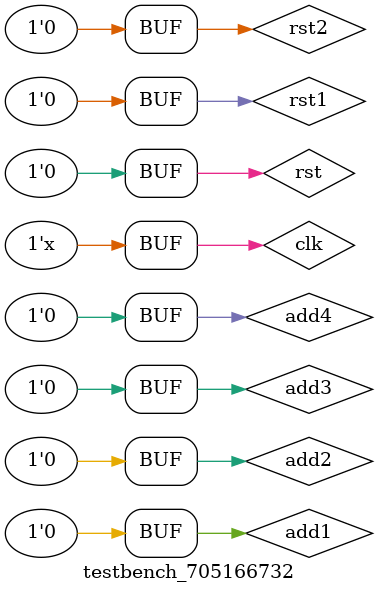
<source format=v>
`timescale 1ns / 1ps


module testbench_705166732;

	// Inputs
	reg add1;
	reg add2;
	reg add3;
	reg add4;
	reg rst1;
	reg rst2;
	reg clk;
	reg rst;

	// Outputs
	wire [6:0] led_seg;
	wire a1;
	wire a2;
	wire a3;
	wire a4;
	wire [3:0] val1;
	wire [3:0] val2;
	wire [3:0] val3;
	wire [3:0] val4;

	// Instantiate the Unit Under Test (UUT)
	parking_meter uut (
		.add1(add1), 
		.add2(add2), 
		.add3(add3), 
		.add4(add4), 
		.rst1(rst1), 
		.rst2(rst2), 
		.clk(clk), 
		.rst(rst), 
		.led_seg(led_seg), 
		.a1(a1), 
		.a2(a2), 
		.a3(a3), 
		.a4(a4), 
		.val1(val1), 
		.val2(val2), 
		.val3(val3), 
		.val4(val4)
	);

	initial begin
		// Initialize Inputs
		add1 = 0;
		add2 = 0;
		add3 = 0;
		add4 = 0;
		rst1 = 0;
		rst2 = 0;
		clk = 1;
		rst = 1;

		// 1. Initial State
		#10000000; // 10 ms
		rst = 0;
		
		#1000000000;
		#990000000; // 990 ms
		
		// 2. Add1
		add1 = 1;
		
		#10000000;
		add1 = 0;
		
		#1000000000;
		#560000000; // 560 ms
		
		// 3. Add2, but not at the second
		add2 = 1;
		
		#10000000;
		add2 = 0;
		
		#1000000000;
		#1000000000;
		#420000000; // 420 ms
		
		// 4. Add3
		add3 = 1;
		
		#10000000;
		add3 = 0;
		
		#1000000000;
		#990000000; // 990 ms
		
		// 5. Add4
		add4 = 1;
		
		#10000000;
		add4 = 0;
		
		#1000000000;
		#990000000; // 990 ms
		
		// 6. 9999s
		repeat(40) begin
			add4 = 1;
			#5000000;
			add4 = 0;
			#5000000;
		end
		
		#1000000000;
		#600000000; // 600 ms
		
		// 7. rst
		rst = 1;
		
		#10000000;
		rst = 0;
		
		#1000000000;
		#490000000; // 490 ms
		
		// 8. rst1
		rst1 = 1;
		
		#10000000;
		rst1 = 0;
		
		repeat(3)
			#1000000000;
			
		#490000000; // 490 ms
		
		add1 = 1;
		
		#10000000;
		add1 = 0;
		#990000000; // 990 ms
		
		repeat(9)
			#1000000000;
		
		// 9. Add to over 180s at odd time
		add2 = 1;
		
		#10000000;
		add2 = 0;
		#990000000;
		
		// 10. Running below 180s
		repeat(4)
			#1000000000;
			
		// 11. Add to over 180s at even time
		add3 = 1;
		
		#10000000;
		add3 = 0;
		#990000000; // 990 ms
		
		repeat(2)
			#1000000000;
		
		// 12. rst2
		rst2 = 1;
		
		#10000000;
		rst2 = 0;
		#490000000; // 490 ms
		
		repeat(3)
			#1000000000;
		
		// 13. rst at odd time
		rst1 = 1;
		
		#10000000;
		rst1 = 0;
		
		// 14. time expires -- wait 16s

	end
	
	// Set clock frequency to 100 Hz (edge flip at 5ms)
	always #5000000 clk = ~clk;
      
endmodule


</source>
